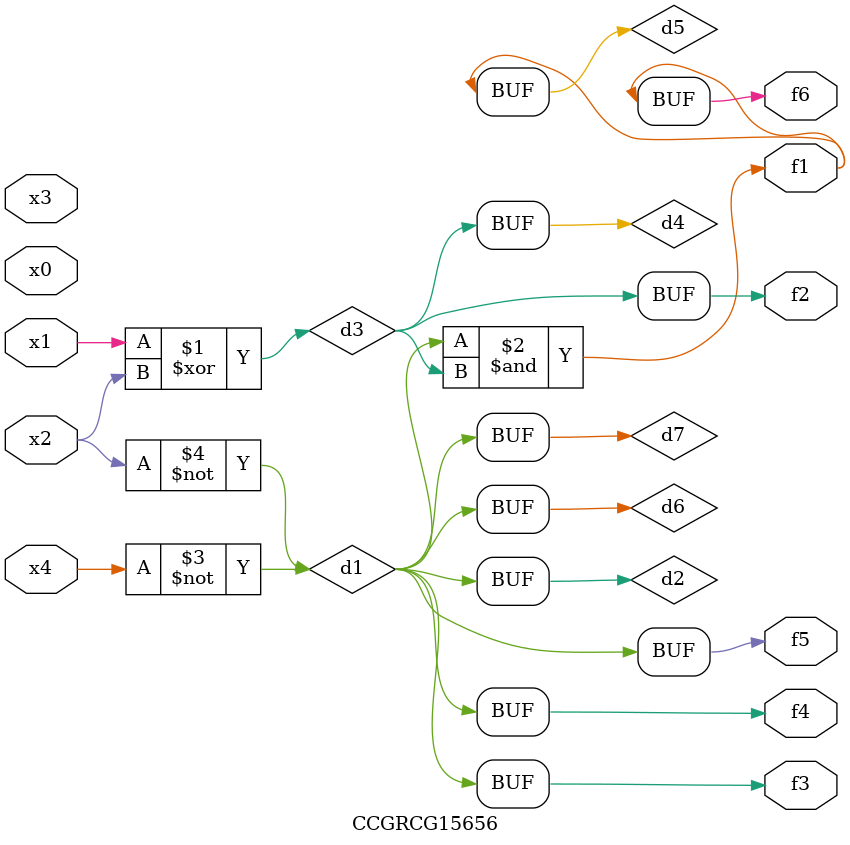
<source format=v>
module CCGRCG15656(
	input x0, x1, x2, x3, x4,
	output f1, f2, f3, f4, f5, f6
);

	wire d1, d2, d3, d4, d5, d6, d7;

	not (d1, x4);
	not (d2, x2);
	xor (d3, x1, x2);
	buf (d4, d3);
	and (d5, d1, d3);
	buf (d6, d1, d2);
	buf (d7, d2);
	assign f1 = d5;
	assign f2 = d4;
	assign f3 = d7;
	assign f4 = d7;
	assign f5 = d7;
	assign f6 = d5;
endmodule

</source>
